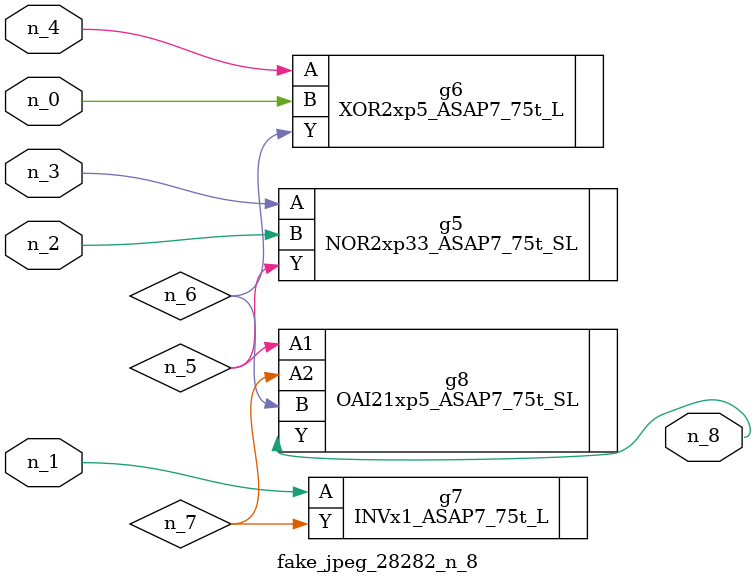
<source format=v>
module fake_jpeg_28282_n_8 (n_3, n_2, n_1, n_0, n_4, n_8);

input n_3;
input n_2;
input n_1;
input n_0;
input n_4;

output n_8;

wire n_6;
wire n_5;
wire n_7;

NOR2xp33_ASAP7_75t_SL g5 ( 
.A(n_3),
.B(n_2),
.Y(n_5)
);

XOR2xp5_ASAP7_75t_L g6 ( 
.A(n_4),
.B(n_0),
.Y(n_6)
);

INVx1_ASAP7_75t_L g7 ( 
.A(n_1),
.Y(n_7)
);

OAI21xp5_ASAP7_75t_SL g8 ( 
.A1(n_5),
.A2(n_7),
.B(n_6),
.Y(n_8)
);


endmodule
</source>
